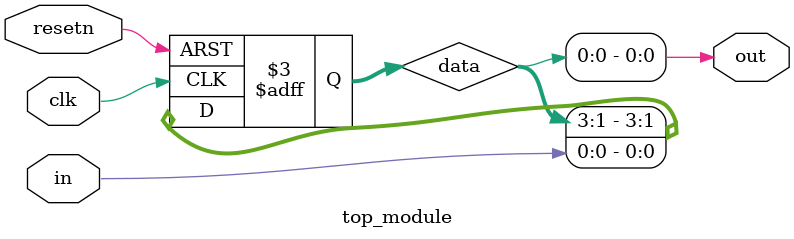
<source format=sv>
module top_module (
    input clk,
    input resetn,
    input in,
    output out
);

reg [3:0] data;

always @(posedge clk or negedge resetn) begin
    if (~resetn)
        data <= 4'b0;
    else
        data <= {data[3:1], in};
end

assign out = data[0];

endmodule

</source>
